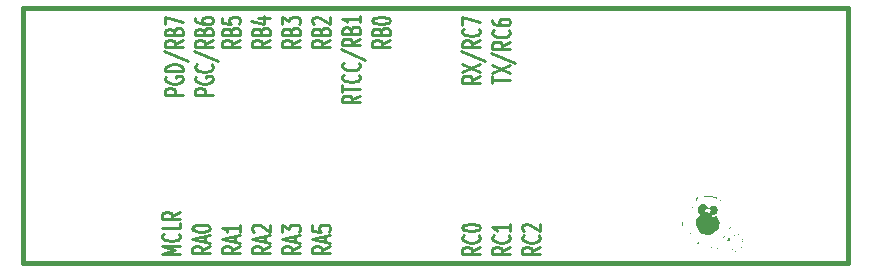
<source format=gbo>
G04 (created by PCBNEW-RS274X (2012-jan-04)-stable) date ven. 31 août 2012 10:29:44 CEST*
G01*
G70*
G90*
%MOIN*%
G04 Gerber Fmt 3.4, Leading zero omitted, Abs format*
%FSLAX34Y34*%
G04 APERTURE LIST*
%ADD10C,0.006000*%
%ADD11C,0.009900*%
%ADD12C,0.015000*%
%ADD13C,0.000100*%
G04 APERTURE END LIST*
G54D10*
G54D11*
X54743Y-42562D02*
X54457Y-42693D01*
X54743Y-42787D02*
X54143Y-42787D01*
X54143Y-42637D01*
X54171Y-42600D01*
X54200Y-42581D01*
X54257Y-42562D01*
X54343Y-42562D01*
X54400Y-42581D01*
X54429Y-42600D01*
X54457Y-42637D01*
X54457Y-42787D01*
X54429Y-42262D02*
X54457Y-42206D01*
X54486Y-42187D01*
X54543Y-42168D01*
X54629Y-42168D01*
X54686Y-42187D01*
X54714Y-42206D01*
X54743Y-42243D01*
X54743Y-42393D01*
X54143Y-42393D01*
X54143Y-42262D01*
X54171Y-42224D01*
X54200Y-42206D01*
X54257Y-42187D01*
X54314Y-42187D01*
X54371Y-42206D01*
X54400Y-42224D01*
X54429Y-42262D01*
X54429Y-42393D01*
X54343Y-41830D02*
X54743Y-41830D01*
X54114Y-41924D02*
X54543Y-42018D01*
X54543Y-41774D01*
X55743Y-42562D02*
X55457Y-42693D01*
X55743Y-42787D02*
X55143Y-42787D01*
X55143Y-42637D01*
X55171Y-42600D01*
X55200Y-42581D01*
X55257Y-42562D01*
X55343Y-42562D01*
X55400Y-42581D01*
X55429Y-42600D01*
X55457Y-42637D01*
X55457Y-42787D01*
X55429Y-42262D02*
X55457Y-42206D01*
X55486Y-42187D01*
X55543Y-42168D01*
X55629Y-42168D01*
X55686Y-42187D01*
X55714Y-42206D01*
X55743Y-42243D01*
X55743Y-42393D01*
X55143Y-42393D01*
X55143Y-42262D01*
X55171Y-42224D01*
X55200Y-42206D01*
X55257Y-42187D01*
X55314Y-42187D01*
X55371Y-42206D01*
X55400Y-42224D01*
X55429Y-42262D01*
X55429Y-42393D01*
X55143Y-42037D02*
X55143Y-41793D01*
X55371Y-41924D01*
X55371Y-41868D01*
X55400Y-41830D01*
X55429Y-41812D01*
X55486Y-41793D01*
X55629Y-41793D01*
X55686Y-41812D01*
X55714Y-41830D01*
X55743Y-41868D01*
X55743Y-41980D01*
X55714Y-42018D01*
X55686Y-42037D01*
X56743Y-42562D02*
X56457Y-42693D01*
X56743Y-42787D02*
X56143Y-42787D01*
X56143Y-42637D01*
X56171Y-42600D01*
X56200Y-42581D01*
X56257Y-42562D01*
X56343Y-42562D01*
X56400Y-42581D01*
X56429Y-42600D01*
X56457Y-42637D01*
X56457Y-42787D01*
X56429Y-42262D02*
X56457Y-42206D01*
X56486Y-42187D01*
X56543Y-42168D01*
X56629Y-42168D01*
X56686Y-42187D01*
X56714Y-42206D01*
X56743Y-42243D01*
X56743Y-42393D01*
X56143Y-42393D01*
X56143Y-42262D01*
X56171Y-42224D01*
X56200Y-42206D01*
X56257Y-42187D01*
X56314Y-42187D01*
X56371Y-42206D01*
X56400Y-42224D01*
X56429Y-42262D01*
X56429Y-42393D01*
X56200Y-42018D02*
X56171Y-41999D01*
X56143Y-41962D01*
X56143Y-41868D01*
X56171Y-41830D01*
X56200Y-41812D01*
X56257Y-41793D01*
X56314Y-41793D01*
X56400Y-41812D01*
X56743Y-42037D01*
X56743Y-41793D01*
X57743Y-44410D02*
X57457Y-44541D01*
X57743Y-44635D02*
X57143Y-44635D01*
X57143Y-44485D01*
X57171Y-44448D01*
X57200Y-44429D01*
X57257Y-44410D01*
X57343Y-44410D01*
X57400Y-44429D01*
X57429Y-44448D01*
X57457Y-44485D01*
X57457Y-44635D01*
X57143Y-44297D02*
X57143Y-44072D01*
X57743Y-44185D02*
X57143Y-44185D01*
X57686Y-43716D02*
X57714Y-43735D01*
X57743Y-43791D01*
X57743Y-43829D01*
X57714Y-43885D01*
X57657Y-43922D01*
X57600Y-43941D01*
X57486Y-43960D01*
X57400Y-43960D01*
X57286Y-43941D01*
X57229Y-43922D01*
X57171Y-43885D01*
X57143Y-43829D01*
X57143Y-43791D01*
X57171Y-43735D01*
X57200Y-43716D01*
X57686Y-43322D02*
X57714Y-43341D01*
X57743Y-43397D01*
X57743Y-43435D01*
X57714Y-43491D01*
X57657Y-43528D01*
X57600Y-43547D01*
X57486Y-43566D01*
X57400Y-43566D01*
X57286Y-43547D01*
X57229Y-43528D01*
X57171Y-43491D01*
X57143Y-43435D01*
X57143Y-43397D01*
X57171Y-43341D01*
X57200Y-43322D01*
X57114Y-42872D02*
X57886Y-43209D01*
X57743Y-42515D02*
X57457Y-42646D01*
X57743Y-42740D02*
X57143Y-42740D01*
X57143Y-42590D01*
X57171Y-42553D01*
X57200Y-42534D01*
X57257Y-42515D01*
X57343Y-42515D01*
X57400Y-42534D01*
X57429Y-42553D01*
X57457Y-42590D01*
X57457Y-42740D01*
X57429Y-42215D02*
X57457Y-42159D01*
X57486Y-42140D01*
X57543Y-42121D01*
X57629Y-42121D01*
X57686Y-42140D01*
X57714Y-42159D01*
X57743Y-42196D01*
X57743Y-42346D01*
X57143Y-42346D01*
X57143Y-42215D01*
X57171Y-42177D01*
X57200Y-42159D01*
X57257Y-42140D01*
X57314Y-42140D01*
X57371Y-42159D01*
X57400Y-42177D01*
X57429Y-42215D01*
X57429Y-42346D01*
X57743Y-41746D02*
X57743Y-41971D01*
X57743Y-41858D02*
X57143Y-41858D01*
X57229Y-41896D01*
X57286Y-41933D01*
X57314Y-41971D01*
X58743Y-42562D02*
X58457Y-42693D01*
X58743Y-42787D02*
X58143Y-42787D01*
X58143Y-42637D01*
X58171Y-42600D01*
X58200Y-42581D01*
X58257Y-42562D01*
X58343Y-42562D01*
X58400Y-42581D01*
X58429Y-42600D01*
X58457Y-42637D01*
X58457Y-42787D01*
X58429Y-42262D02*
X58457Y-42206D01*
X58486Y-42187D01*
X58543Y-42168D01*
X58629Y-42168D01*
X58686Y-42187D01*
X58714Y-42206D01*
X58743Y-42243D01*
X58743Y-42393D01*
X58143Y-42393D01*
X58143Y-42262D01*
X58171Y-42224D01*
X58200Y-42206D01*
X58257Y-42187D01*
X58314Y-42187D01*
X58371Y-42206D01*
X58400Y-42224D01*
X58429Y-42262D01*
X58429Y-42393D01*
X58143Y-41924D02*
X58143Y-41887D01*
X58171Y-41849D01*
X58200Y-41830D01*
X58257Y-41812D01*
X58371Y-41793D01*
X58514Y-41793D01*
X58629Y-41812D01*
X58686Y-41830D01*
X58714Y-41849D01*
X58743Y-41887D01*
X58743Y-41924D01*
X58714Y-41962D01*
X58686Y-41980D01*
X58629Y-41999D01*
X58514Y-42018D01*
X58371Y-42018D01*
X58257Y-41999D01*
X58200Y-41980D01*
X58171Y-41962D01*
X58143Y-41924D01*
X62143Y-43987D02*
X62143Y-43762D01*
X62743Y-43875D02*
X62143Y-43875D01*
X62143Y-43669D02*
X62743Y-43406D01*
X62143Y-43406D02*
X62743Y-43669D01*
X62114Y-42975D02*
X62886Y-43312D01*
X62743Y-42618D02*
X62457Y-42749D01*
X62743Y-42843D02*
X62143Y-42843D01*
X62143Y-42693D01*
X62171Y-42656D01*
X62200Y-42637D01*
X62257Y-42618D01*
X62343Y-42618D01*
X62400Y-42637D01*
X62429Y-42656D01*
X62457Y-42693D01*
X62457Y-42843D01*
X62686Y-42224D02*
X62714Y-42243D01*
X62743Y-42299D01*
X62743Y-42337D01*
X62714Y-42393D01*
X62657Y-42430D01*
X62600Y-42449D01*
X62486Y-42468D01*
X62400Y-42468D01*
X62286Y-42449D01*
X62229Y-42430D01*
X62171Y-42393D01*
X62143Y-42337D01*
X62143Y-42299D01*
X62171Y-42243D01*
X62200Y-42224D01*
X62143Y-41886D02*
X62143Y-41961D01*
X62171Y-41999D01*
X62200Y-42018D01*
X62286Y-42055D01*
X62400Y-42074D01*
X62629Y-42074D01*
X62686Y-42055D01*
X62714Y-42036D01*
X62743Y-41999D01*
X62743Y-41924D01*
X62714Y-41886D01*
X62686Y-41868D01*
X62629Y-41849D01*
X62486Y-41849D01*
X62429Y-41868D01*
X62400Y-41886D01*
X62371Y-41924D01*
X62371Y-41999D01*
X62400Y-42036D01*
X62429Y-42055D01*
X62486Y-42074D01*
X61743Y-43753D02*
X61457Y-43884D01*
X61743Y-43978D02*
X61143Y-43978D01*
X61143Y-43828D01*
X61171Y-43791D01*
X61200Y-43772D01*
X61257Y-43753D01*
X61343Y-43753D01*
X61400Y-43772D01*
X61429Y-43791D01*
X61457Y-43828D01*
X61457Y-43978D01*
X61143Y-43622D02*
X61743Y-43359D01*
X61143Y-43359D02*
X61743Y-43622D01*
X61114Y-42928D02*
X61886Y-43265D01*
X61743Y-42571D02*
X61457Y-42702D01*
X61743Y-42796D02*
X61143Y-42796D01*
X61143Y-42646D01*
X61171Y-42609D01*
X61200Y-42590D01*
X61257Y-42571D01*
X61343Y-42571D01*
X61400Y-42590D01*
X61429Y-42609D01*
X61457Y-42646D01*
X61457Y-42796D01*
X61686Y-42177D02*
X61714Y-42196D01*
X61743Y-42252D01*
X61743Y-42290D01*
X61714Y-42346D01*
X61657Y-42383D01*
X61600Y-42402D01*
X61486Y-42421D01*
X61400Y-42421D01*
X61286Y-42402D01*
X61229Y-42383D01*
X61171Y-42346D01*
X61143Y-42290D01*
X61143Y-42252D01*
X61171Y-42196D01*
X61200Y-42177D01*
X61143Y-42046D02*
X61143Y-41783D01*
X61743Y-41952D01*
X53743Y-42562D02*
X53457Y-42693D01*
X53743Y-42787D02*
X53143Y-42787D01*
X53143Y-42637D01*
X53171Y-42600D01*
X53200Y-42581D01*
X53257Y-42562D01*
X53343Y-42562D01*
X53400Y-42581D01*
X53429Y-42600D01*
X53457Y-42637D01*
X53457Y-42787D01*
X53429Y-42262D02*
X53457Y-42206D01*
X53486Y-42187D01*
X53543Y-42168D01*
X53629Y-42168D01*
X53686Y-42187D01*
X53714Y-42206D01*
X53743Y-42243D01*
X53743Y-42393D01*
X53143Y-42393D01*
X53143Y-42262D01*
X53171Y-42224D01*
X53200Y-42206D01*
X53257Y-42187D01*
X53314Y-42187D01*
X53371Y-42206D01*
X53400Y-42224D01*
X53429Y-42262D01*
X53429Y-42393D01*
X53143Y-41812D02*
X53143Y-41999D01*
X53429Y-42018D01*
X53400Y-41999D01*
X53371Y-41962D01*
X53371Y-41868D01*
X53400Y-41830D01*
X53429Y-41812D01*
X53486Y-41793D01*
X53629Y-41793D01*
X53686Y-41812D01*
X53714Y-41830D01*
X53743Y-41868D01*
X53743Y-41962D01*
X53714Y-41999D01*
X53686Y-42018D01*
X63743Y-49462D02*
X63457Y-49593D01*
X63743Y-49687D02*
X63143Y-49687D01*
X63143Y-49537D01*
X63171Y-49500D01*
X63200Y-49481D01*
X63257Y-49462D01*
X63343Y-49462D01*
X63400Y-49481D01*
X63429Y-49500D01*
X63457Y-49537D01*
X63457Y-49687D01*
X63686Y-49068D02*
X63714Y-49087D01*
X63743Y-49143D01*
X63743Y-49181D01*
X63714Y-49237D01*
X63657Y-49274D01*
X63600Y-49293D01*
X63486Y-49312D01*
X63400Y-49312D01*
X63286Y-49293D01*
X63229Y-49274D01*
X63171Y-49237D01*
X63143Y-49181D01*
X63143Y-49143D01*
X63171Y-49087D01*
X63200Y-49068D01*
X63200Y-48918D02*
X63171Y-48899D01*
X63143Y-48862D01*
X63143Y-48768D01*
X63171Y-48730D01*
X63200Y-48712D01*
X63257Y-48693D01*
X63314Y-48693D01*
X63400Y-48712D01*
X63743Y-48937D01*
X63743Y-48693D01*
X62743Y-49462D02*
X62457Y-49593D01*
X62743Y-49687D02*
X62143Y-49687D01*
X62143Y-49537D01*
X62171Y-49500D01*
X62200Y-49481D01*
X62257Y-49462D01*
X62343Y-49462D01*
X62400Y-49481D01*
X62429Y-49500D01*
X62457Y-49537D01*
X62457Y-49687D01*
X62686Y-49068D02*
X62714Y-49087D01*
X62743Y-49143D01*
X62743Y-49181D01*
X62714Y-49237D01*
X62657Y-49274D01*
X62600Y-49293D01*
X62486Y-49312D01*
X62400Y-49312D01*
X62286Y-49293D01*
X62229Y-49274D01*
X62171Y-49237D01*
X62143Y-49181D01*
X62143Y-49143D01*
X62171Y-49087D01*
X62200Y-49068D01*
X62743Y-48693D02*
X62743Y-48918D01*
X62743Y-48805D02*
X62143Y-48805D01*
X62229Y-48843D01*
X62286Y-48880D01*
X62314Y-48918D01*
X61743Y-49462D02*
X61457Y-49593D01*
X61743Y-49687D02*
X61143Y-49687D01*
X61143Y-49537D01*
X61171Y-49500D01*
X61200Y-49481D01*
X61257Y-49462D01*
X61343Y-49462D01*
X61400Y-49481D01*
X61429Y-49500D01*
X61457Y-49537D01*
X61457Y-49687D01*
X61686Y-49068D02*
X61714Y-49087D01*
X61743Y-49143D01*
X61743Y-49181D01*
X61714Y-49237D01*
X61657Y-49274D01*
X61600Y-49293D01*
X61486Y-49312D01*
X61400Y-49312D01*
X61286Y-49293D01*
X61229Y-49274D01*
X61171Y-49237D01*
X61143Y-49181D01*
X61143Y-49143D01*
X61171Y-49087D01*
X61200Y-49068D01*
X61143Y-48824D02*
X61143Y-48787D01*
X61171Y-48749D01*
X61200Y-48730D01*
X61257Y-48712D01*
X61371Y-48693D01*
X61514Y-48693D01*
X61629Y-48712D01*
X61686Y-48730D01*
X61714Y-48749D01*
X61743Y-48787D01*
X61743Y-48824D01*
X61714Y-48862D01*
X61686Y-48880D01*
X61629Y-48899D01*
X61514Y-48918D01*
X61371Y-48918D01*
X61257Y-48899D01*
X61200Y-48880D01*
X61171Y-48862D01*
X61143Y-48824D01*
X56743Y-49434D02*
X56457Y-49565D01*
X56743Y-49659D02*
X56143Y-49659D01*
X56143Y-49509D01*
X56171Y-49472D01*
X56200Y-49453D01*
X56257Y-49434D01*
X56343Y-49434D01*
X56400Y-49453D01*
X56429Y-49472D01*
X56457Y-49509D01*
X56457Y-49659D01*
X56571Y-49284D02*
X56571Y-49096D01*
X56743Y-49321D02*
X56143Y-49190D01*
X56743Y-49059D01*
X56143Y-48740D02*
X56143Y-48927D01*
X56429Y-48946D01*
X56400Y-48927D01*
X56371Y-48890D01*
X56371Y-48796D01*
X56400Y-48758D01*
X56429Y-48740D01*
X56486Y-48721D01*
X56629Y-48721D01*
X56686Y-48740D01*
X56714Y-48758D01*
X56743Y-48796D01*
X56743Y-48890D01*
X56714Y-48927D01*
X56686Y-48946D01*
X55743Y-49434D02*
X55457Y-49565D01*
X55743Y-49659D02*
X55143Y-49659D01*
X55143Y-49509D01*
X55171Y-49472D01*
X55200Y-49453D01*
X55257Y-49434D01*
X55343Y-49434D01*
X55400Y-49453D01*
X55429Y-49472D01*
X55457Y-49509D01*
X55457Y-49659D01*
X55571Y-49284D02*
X55571Y-49096D01*
X55743Y-49321D02*
X55143Y-49190D01*
X55743Y-49059D01*
X55143Y-48965D02*
X55143Y-48721D01*
X55371Y-48852D01*
X55371Y-48796D01*
X55400Y-48758D01*
X55429Y-48740D01*
X55486Y-48721D01*
X55629Y-48721D01*
X55686Y-48740D01*
X55714Y-48758D01*
X55743Y-48796D01*
X55743Y-48908D01*
X55714Y-48946D01*
X55686Y-48965D01*
X54743Y-49434D02*
X54457Y-49565D01*
X54743Y-49659D02*
X54143Y-49659D01*
X54143Y-49509D01*
X54171Y-49472D01*
X54200Y-49453D01*
X54257Y-49434D01*
X54343Y-49434D01*
X54400Y-49453D01*
X54429Y-49472D01*
X54457Y-49509D01*
X54457Y-49659D01*
X54571Y-49284D02*
X54571Y-49096D01*
X54743Y-49321D02*
X54143Y-49190D01*
X54743Y-49059D01*
X54200Y-48946D02*
X54171Y-48927D01*
X54143Y-48890D01*
X54143Y-48796D01*
X54171Y-48758D01*
X54200Y-48740D01*
X54257Y-48721D01*
X54314Y-48721D01*
X54400Y-48740D01*
X54743Y-48965D01*
X54743Y-48721D01*
X53743Y-49434D02*
X53457Y-49565D01*
X53743Y-49659D02*
X53143Y-49659D01*
X53143Y-49509D01*
X53171Y-49472D01*
X53200Y-49453D01*
X53257Y-49434D01*
X53343Y-49434D01*
X53400Y-49453D01*
X53429Y-49472D01*
X53457Y-49509D01*
X53457Y-49659D01*
X53571Y-49284D02*
X53571Y-49096D01*
X53743Y-49321D02*
X53143Y-49190D01*
X53743Y-49059D01*
X53743Y-48721D02*
X53743Y-48946D01*
X53743Y-48833D02*
X53143Y-48833D01*
X53229Y-48871D01*
X53286Y-48908D01*
X53314Y-48946D01*
X51743Y-49684D02*
X51143Y-49684D01*
X51571Y-49553D01*
X51143Y-49422D01*
X51743Y-49422D01*
X51686Y-49009D02*
X51714Y-49028D01*
X51743Y-49084D01*
X51743Y-49122D01*
X51714Y-49178D01*
X51657Y-49215D01*
X51600Y-49234D01*
X51486Y-49253D01*
X51400Y-49253D01*
X51286Y-49234D01*
X51229Y-49215D01*
X51171Y-49178D01*
X51143Y-49122D01*
X51143Y-49084D01*
X51171Y-49028D01*
X51200Y-49009D01*
X51743Y-48653D02*
X51743Y-48840D01*
X51143Y-48840D01*
X51743Y-48296D02*
X51457Y-48427D01*
X51743Y-48521D02*
X51143Y-48521D01*
X51143Y-48371D01*
X51171Y-48334D01*
X51200Y-48315D01*
X51257Y-48296D01*
X51343Y-48296D01*
X51400Y-48315D01*
X51429Y-48334D01*
X51457Y-48371D01*
X51457Y-48521D01*
X52743Y-49434D02*
X52457Y-49565D01*
X52743Y-49659D02*
X52143Y-49659D01*
X52143Y-49509D01*
X52171Y-49472D01*
X52200Y-49453D01*
X52257Y-49434D01*
X52343Y-49434D01*
X52400Y-49453D01*
X52429Y-49472D01*
X52457Y-49509D01*
X52457Y-49659D01*
X52571Y-49284D02*
X52571Y-49096D01*
X52743Y-49321D02*
X52143Y-49190D01*
X52743Y-49059D01*
X52143Y-48852D02*
X52143Y-48815D01*
X52171Y-48777D01*
X52200Y-48758D01*
X52257Y-48740D01*
X52371Y-48721D01*
X52514Y-48721D01*
X52629Y-48740D01*
X52686Y-48758D01*
X52714Y-48777D01*
X52743Y-48815D01*
X52743Y-48852D01*
X52714Y-48890D01*
X52686Y-48908D01*
X52629Y-48927D01*
X52514Y-48946D01*
X52371Y-48946D01*
X52257Y-48927D01*
X52200Y-48908D01*
X52171Y-48890D01*
X52143Y-48852D01*
X52843Y-44385D02*
X52243Y-44385D01*
X52243Y-44235D01*
X52271Y-44198D01*
X52300Y-44179D01*
X52357Y-44160D01*
X52443Y-44160D01*
X52500Y-44179D01*
X52529Y-44198D01*
X52557Y-44235D01*
X52557Y-44385D01*
X52271Y-43785D02*
X52243Y-43822D01*
X52243Y-43879D01*
X52271Y-43935D01*
X52329Y-43972D01*
X52386Y-43991D01*
X52500Y-44010D01*
X52586Y-44010D01*
X52700Y-43991D01*
X52757Y-43972D01*
X52814Y-43935D01*
X52843Y-43879D01*
X52843Y-43841D01*
X52814Y-43785D01*
X52786Y-43766D01*
X52586Y-43766D01*
X52586Y-43841D01*
X52786Y-43372D02*
X52814Y-43391D01*
X52843Y-43447D01*
X52843Y-43485D01*
X52814Y-43541D01*
X52757Y-43578D01*
X52700Y-43597D01*
X52586Y-43616D01*
X52500Y-43616D01*
X52386Y-43597D01*
X52329Y-43578D01*
X52271Y-43541D01*
X52243Y-43485D01*
X52243Y-43447D01*
X52271Y-43391D01*
X52300Y-43372D01*
X52214Y-42922D02*
X52986Y-43259D01*
X52843Y-42565D02*
X52557Y-42696D01*
X52843Y-42790D02*
X52243Y-42790D01*
X52243Y-42640D01*
X52271Y-42603D01*
X52300Y-42584D01*
X52357Y-42565D01*
X52443Y-42565D01*
X52500Y-42584D01*
X52529Y-42603D01*
X52557Y-42640D01*
X52557Y-42790D01*
X52529Y-42265D02*
X52557Y-42209D01*
X52586Y-42190D01*
X52643Y-42171D01*
X52729Y-42171D01*
X52786Y-42190D01*
X52814Y-42209D01*
X52843Y-42246D01*
X52843Y-42396D01*
X52243Y-42396D01*
X52243Y-42265D01*
X52271Y-42227D01*
X52300Y-42209D01*
X52357Y-42190D01*
X52414Y-42190D01*
X52471Y-42209D01*
X52500Y-42227D01*
X52529Y-42265D01*
X52529Y-42396D01*
X52243Y-41833D02*
X52243Y-41908D01*
X52271Y-41946D01*
X52300Y-41965D01*
X52386Y-42002D01*
X52500Y-42021D01*
X52729Y-42021D01*
X52786Y-42002D01*
X52814Y-41983D01*
X52843Y-41946D01*
X52843Y-41871D01*
X52814Y-41833D01*
X52786Y-41815D01*
X52729Y-41796D01*
X52586Y-41796D01*
X52529Y-41815D01*
X52500Y-41833D01*
X52471Y-41871D01*
X52471Y-41946D01*
X52500Y-41983D01*
X52529Y-42002D01*
X52586Y-42021D01*
X51843Y-44385D02*
X51243Y-44385D01*
X51243Y-44235D01*
X51271Y-44198D01*
X51300Y-44179D01*
X51357Y-44160D01*
X51443Y-44160D01*
X51500Y-44179D01*
X51529Y-44198D01*
X51557Y-44235D01*
X51557Y-44385D01*
X51271Y-43785D02*
X51243Y-43822D01*
X51243Y-43879D01*
X51271Y-43935D01*
X51329Y-43972D01*
X51386Y-43991D01*
X51500Y-44010D01*
X51586Y-44010D01*
X51700Y-43991D01*
X51757Y-43972D01*
X51814Y-43935D01*
X51843Y-43879D01*
X51843Y-43841D01*
X51814Y-43785D01*
X51786Y-43766D01*
X51586Y-43766D01*
X51586Y-43841D01*
X51843Y-43597D02*
X51243Y-43597D01*
X51243Y-43503D01*
X51271Y-43447D01*
X51329Y-43410D01*
X51386Y-43391D01*
X51500Y-43372D01*
X51586Y-43372D01*
X51700Y-43391D01*
X51757Y-43410D01*
X51814Y-43447D01*
X51843Y-43503D01*
X51843Y-43597D01*
X51214Y-42922D02*
X51986Y-43259D01*
X51843Y-42565D02*
X51557Y-42696D01*
X51843Y-42790D02*
X51243Y-42790D01*
X51243Y-42640D01*
X51271Y-42603D01*
X51300Y-42584D01*
X51357Y-42565D01*
X51443Y-42565D01*
X51500Y-42584D01*
X51529Y-42603D01*
X51557Y-42640D01*
X51557Y-42790D01*
X51529Y-42265D02*
X51557Y-42209D01*
X51586Y-42190D01*
X51643Y-42171D01*
X51729Y-42171D01*
X51786Y-42190D01*
X51814Y-42209D01*
X51843Y-42246D01*
X51843Y-42396D01*
X51243Y-42396D01*
X51243Y-42265D01*
X51271Y-42227D01*
X51300Y-42209D01*
X51357Y-42190D01*
X51414Y-42190D01*
X51471Y-42209D01*
X51500Y-42227D01*
X51529Y-42265D01*
X51529Y-42396D01*
X51243Y-42040D02*
X51243Y-41777D01*
X51843Y-41946D01*
G54D12*
X74000Y-41500D02*
X74000Y-50000D01*
X46500Y-41500D02*
X74000Y-41500D01*
X46500Y-50000D02*
X46500Y-41500D01*
X74000Y-50000D02*
X46500Y-50000D01*
G54D13*
G36*
X70256Y-49621D02*
X70250Y-49633D01*
X70218Y-49665D01*
X70213Y-49667D01*
X70210Y-49645D01*
X70217Y-49633D01*
X70248Y-49601D01*
X70254Y-49600D01*
X70256Y-49621D01*
X70256Y-49621D01*
X70256Y-49621D01*
G37*
G36*
X70156Y-49555D02*
X70150Y-49567D01*
X70118Y-49598D01*
X70113Y-49600D01*
X70110Y-49578D01*
X70117Y-49567D01*
X70148Y-49535D01*
X70154Y-49533D01*
X70156Y-49555D01*
X70156Y-49555D01*
X70156Y-49555D01*
G37*
G36*
X69456Y-49488D02*
X69450Y-49500D01*
X69418Y-49532D01*
X69413Y-49533D01*
X69410Y-49512D01*
X69417Y-49500D01*
X69448Y-49468D01*
X69454Y-49467D01*
X69456Y-49488D01*
X69456Y-49488D01*
X69456Y-49488D01*
G37*
G36*
X69655Y-49511D02*
X69651Y-49531D01*
X69633Y-49533D01*
X69606Y-49521D01*
X69611Y-49511D01*
X69651Y-49507D01*
X69655Y-49511D01*
X69655Y-49511D01*
X69655Y-49511D01*
G37*
G36*
X70333Y-49483D02*
X70317Y-49500D01*
X70300Y-49483D01*
X70317Y-49467D01*
X70333Y-49483D01*
X70333Y-49483D01*
X70333Y-49483D01*
G37*
G36*
X70459Y-49484D02*
X70455Y-49489D01*
X70436Y-49484D01*
X70433Y-49467D01*
X70445Y-49439D01*
X70455Y-49444D01*
X70459Y-49484D01*
X70459Y-49484D01*
X70459Y-49484D01*
G37*
G36*
X70733Y-49483D02*
X70717Y-49500D01*
X70700Y-49483D01*
X70717Y-49467D01*
X70733Y-49483D01*
X70733Y-49483D01*
X70733Y-49483D01*
G37*
G36*
X69267Y-49450D02*
X69250Y-49467D01*
X69233Y-49450D01*
X69250Y-49433D01*
X69267Y-49450D01*
X69267Y-49450D01*
X69267Y-49450D01*
G37*
G36*
X70567Y-49450D02*
X70550Y-49467D01*
X70533Y-49450D01*
X70550Y-49433D01*
X70567Y-49450D01*
X70567Y-49450D01*
X70567Y-49450D01*
G37*
G36*
X69200Y-49417D02*
X69183Y-49433D01*
X69167Y-49417D01*
X69183Y-49400D01*
X69200Y-49417D01*
X69200Y-49417D01*
X69200Y-49417D01*
G37*
G36*
X70667Y-49417D02*
X70650Y-49433D01*
X70633Y-49417D01*
X70650Y-49400D01*
X70667Y-49417D01*
X70667Y-49417D01*
X70667Y-49417D01*
G37*
G36*
X70733Y-49417D02*
X70717Y-49433D01*
X70700Y-49417D01*
X70717Y-49400D01*
X70733Y-49417D01*
X70733Y-49417D01*
X70733Y-49417D01*
G37*
G36*
X69023Y-49321D02*
X69017Y-49333D01*
X68985Y-49365D01*
X68979Y-49367D01*
X68977Y-49345D01*
X68983Y-49333D01*
X69015Y-49301D01*
X69020Y-49300D01*
X69023Y-49321D01*
X69023Y-49321D01*
X69023Y-49321D01*
G37*
G36*
X70133Y-49350D02*
X70117Y-49367D01*
X70100Y-49350D01*
X70117Y-49333D01*
X70133Y-49350D01*
X70133Y-49350D01*
X70133Y-49350D01*
G37*
G36*
X70200Y-49350D02*
X70183Y-49367D01*
X70167Y-49350D01*
X70183Y-49333D01*
X70200Y-49350D01*
X70200Y-49350D01*
X70200Y-49350D01*
G37*
G36*
X70078Y-49159D02*
X70064Y-49203D01*
X70058Y-49210D01*
X70058Y-49169D01*
X70054Y-49167D01*
X70023Y-49190D01*
X70017Y-49200D01*
X70008Y-49231D01*
X70013Y-49233D01*
X70043Y-49210D01*
X70050Y-49200D01*
X70058Y-49169D01*
X70058Y-49210D01*
X70019Y-49260D01*
X70008Y-49270D01*
X69961Y-49308D01*
X69952Y-49307D01*
X69959Y-49297D01*
X69985Y-49246D01*
X69982Y-49227D01*
X69989Y-49195D01*
X70013Y-49170D01*
X70061Y-49143D01*
X70078Y-49159D01*
X70078Y-49159D01*
X70078Y-49159D01*
G37*
G36*
X70300Y-49317D02*
X70283Y-49333D01*
X70267Y-49317D01*
X70283Y-49300D01*
X70300Y-49317D01*
X70300Y-49317D01*
X70300Y-49317D01*
G37*
G36*
X70233Y-49283D02*
X70217Y-49300D01*
X70200Y-49283D01*
X70217Y-49267D01*
X70233Y-49283D01*
X70233Y-49283D01*
X70233Y-49283D01*
G37*
G36*
X70489Y-49278D02*
X70484Y-49297D01*
X70467Y-49300D01*
X70439Y-49288D01*
X70444Y-49278D01*
X70484Y-49274D01*
X70489Y-49278D01*
X70489Y-49278D01*
X70489Y-49278D01*
G37*
G36*
X68933Y-49250D02*
X68917Y-49267D01*
X68900Y-49250D01*
X68917Y-49233D01*
X68933Y-49250D01*
X68933Y-49250D01*
X68933Y-49250D01*
G37*
G36*
X70633Y-49250D02*
X70617Y-49267D01*
X70600Y-49250D01*
X70617Y-49233D01*
X70633Y-49250D01*
X70633Y-49250D01*
X70633Y-49250D01*
G37*
G36*
X70493Y-49217D02*
X70489Y-49222D01*
X70469Y-49217D01*
X70467Y-49200D01*
X70479Y-49172D01*
X70489Y-49178D01*
X70493Y-49217D01*
X70493Y-49217D01*
X70493Y-49217D01*
G37*
G36*
X70900Y-49217D02*
X70883Y-49233D01*
X70867Y-49217D01*
X70883Y-49200D01*
X70900Y-49217D01*
X70900Y-49217D01*
X70900Y-49217D01*
G37*
G36*
X70800Y-49183D02*
X70783Y-49200D01*
X70767Y-49183D01*
X70783Y-49167D01*
X70800Y-49183D01*
X70800Y-49183D01*
X70800Y-49183D01*
G37*
G36*
X69889Y-49121D02*
X69883Y-49133D01*
X69852Y-49165D01*
X69846Y-49167D01*
X69844Y-49145D01*
X69850Y-49133D01*
X69881Y-49101D01*
X69887Y-49100D01*
X69889Y-49121D01*
X69889Y-49121D01*
X69889Y-49121D01*
G37*
G36*
X68767Y-49117D02*
X68750Y-49133D01*
X68733Y-49117D01*
X68750Y-49100D01*
X68767Y-49117D01*
X68767Y-49117D01*
X68767Y-49117D01*
G37*
G36*
X68833Y-49117D02*
X68817Y-49133D01*
X68800Y-49117D01*
X68817Y-49100D01*
X68833Y-49117D01*
X68833Y-49117D01*
X68833Y-49117D01*
G37*
G36*
X70533Y-49117D02*
X70517Y-49133D01*
X70500Y-49117D01*
X70517Y-49100D01*
X70533Y-49117D01*
X70533Y-49117D01*
X70533Y-49117D01*
G37*
G36*
X70264Y-49080D02*
X70256Y-49100D01*
X70252Y-49100D01*
X70224Y-49076D01*
X70213Y-49061D01*
X70209Y-49039D01*
X70228Y-49047D01*
X70264Y-49080D01*
X70264Y-49080D01*
X70264Y-49080D01*
G37*
G36*
X70433Y-49083D02*
X70417Y-49100D01*
X70400Y-49083D01*
X70417Y-49067D01*
X70433Y-49083D01*
X70433Y-49083D01*
X70433Y-49083D01*
G37*
G36*
X68756Y-49021D02*
X68750Y-49033D01*
X68718Y-49065D01*
X68713Y-49067D01*
X68710Y-49045D01*
X68717Y-49033D01*
X68748Y-49001D01*
X68754Y-49000D01*
X68756Y-49021D01*
X68756Y-49021D01*
X68756Y-49021D01*
G37*
G36*
X69718Y-48657D02*
X69714Y-48734D01*
X69688Y-48811D01*
X69602Y-48938D01*
X69477Y-49021D01*
X69367Y-49046D01*
X69367Y-48583D01*
X69350Y-48567D01*
X69333Y-48583D01*
X69350Y-48600D01*
X69367Y-48583D01*
X69367Y-49046D01*
X69330Y-49055D01*
X69300Y-49050D01*
X69300Y-48550D01*
X69283Y-48533D01*
X69267Y-48550D01*
X69283Y-48567D01*
X69300Y-48550D01*
X69300Y-49050D01*
X69194Y-49035D01*
X69194Y-48454D01*
X69189Y-48444D01*
X69149Y-48440D01*
X69144Y-48444D01*
X69149Y-48464D01*
X69167Y-48467D01*
X69194Y-48454D01*
X69194Y-49035D01*
X69178Y-49033D01*
X69148Y-49021D01*
X69026Y-48932D01*
X68952Y-48802D01*
X68933Y-48675D01*
X68947Y-48572D01*
X68981Y-48484D01*
X69027Y-48428D01*
X69074Y-48420D01*
X69077Y-48422D01*
X69088Y-48418D01*
X69058Y-48378D01*
X69007Y-48275D01*
X69011Y-48162D01*
X69067Y-48067D01*
X69138Y-48010D01*
X69198Y-48011D01*
X69267Y-48067D01*
X69322Y-48138D01*
X69326Y-48185D01*
X69283Y-48200D01*
X69239Y-48215D01*
X69247Y-48266D01*
X69267Y-48300D01*
X69293Y-48333D01*
X69300Y-48308D01*
X69300Y-48300D01*
X69307Y-48269D01*
X69328Y-48293D01*
X69359Y-48318D01*
X69396Y-48288D01*
X69417Y-48237D01*
X69401Y-48218D01*
X69368Y-48174D01*
X69385Y-48130D01*
X69437Y-48096D01*
X69509Y-48081D01*
X69585Y-48095D01*
X69587Y-48096D01*
X69650Y-48148D01*
X69667Y-48231D01*
X69647Y-48311D01*
X69602Y-48367D01*
X69546Y-48384D01*
X69513Y-48367D01*
X69489Y-48369D01*
X69478Y-48417D01*
X69480Y-48472D01*
X69502Y-48468D01*
X69524Y-48447D01*
X69582Y-48410D01*
X69630Y-48429D01*
X69674Y-48510D01*
X69691Y-48557D01*
X69718Y-48657D01*
X69718Y-48657D01*
X69718Y-48657D01*
G37*
G36*
X70355Y-49044D02*
X70351Y-49064D01*
X70333Y-49067D01*
X70306Y-49054D01*
X70311Y-49044D01*
X70351Y-49040D01*
X70355Y-49044D01*
X70355Y-49044D01*
X70355Y-49044D01*
G37*
G36*
X68733Y-48950D02*
X68717Y-48967D01*
X68700Y-48950D01*
X68717Y-48933D01*
X68733Y-48950D01*
X68733Y-48950D01*
X68733Y-48950D01*
G37*
G36*
X69967Y-48917D02*
X69950Y-48933D01*
X69933Y-48917D01*
X69950Y-48900D01*
X69967Y-48917D01*
X69967Y-48917D01*
X69967Y-48917D01*
G37*
G36*
X68700Y-48850D02*
X68683Y-48867D01*
X68667Y-48850D01*
X68683Y-48833D01*
X68700Y-48850D01*
X68700Y-48850D01*
X68700Y-48850D01*
G37*
G36*
X70089Y-48821D02*
X70083Y-48833D01*
X70052Y-48865D01*
X70046Y-48867D01*
X70044Y-48845D01*
X70050Y-48833D01*
X70081Y-48801D01*
X70087Y-48800D01*
X70089Y-48821D01*
X70089Y-48821D01*
X70089Y-48821D01*
G37*
G36*
X70233Y-48783D02*
X70217Y-48800D01*
X70200Y-48783D01*
X70217Y-48767D01*
X70233Y-48783D01*
X70233Y-48783D01*
X70233Y-48783D01*
G37*
G36*
X68494Y-48715D02*
X68488Y-48742D01*
X68477Y-48743D01*
X68473Y-48691D01*
X68473Y-48683D01*
X68478Y-48631D01*
X68488Y-48636D01*
X68490Y-48642D01*
X68494Y-48715D01*
X68494Y-48715D01*
X68494Y-48715D01*
G37*
G36*
X68600Y-48750D02*
X68583Y-48767D01*
X68567Y-48750D01*
X68583Y-48733D01*
X68600Y-48750D01*
X68600Y-48750D01*
X68600Y-48750D01*
G37*
G36*
X70267Y-48717D02*
X70250Y-48733D01*
X70233Y-48717D01*
X70250Y-48700D01*
X70267Y-48717D01*
X70267Y-48717D01*
X70267Y-48717D01*
G37*
G36*
X70233Y-48650D02*
X70217Y-48667D01*
X70200Y-48650D01*
X70217Y-48633D01*
X70233Y-48650D01*
X70233Y-48650D01*
X70233Y-48650D01*
G37*
G36*
X68567Y-48550D02*
X68550Y-48567D01*
X68533Y-48550D01*
X68550Y-48533D01*
X68567Y-48550D01*
X68567Y-48550D01*
X68567Y-48550D01*
G37*
G36*
X70033Y-48417D02*
X70017Y-48433D01*
X70000Y-48417D01*
X70017Y-48400D01*
X70033Y-48417D01*
X70033Y-48417D01*
X70033Y-48417D01*
G37*
G36*
X68633Y-48383D02*
X68617Y-48400D01*
X68600Y-48383D01*
X68617Y-48367D01*
X68633Y-48383D01*
X68633Y-48383D01*
X68633Y-48383D01*
G37*
G36*
X68733Y-48383D02*
X68717Y-48400D01*
X68700Y-48383D01*
X68717Y-48367D01*
X68733Y-48383D01*
X68733Y-48383D01*
X68733Y-48383D01*
G37*
G36*
X68800Y-48317D02*
X68783Y-48333D01*
X68767Y-48317D01*
X68783Y-48300D01*
X68800Y-48317D01*
X68800Y-48317D01*
X68800Y-48317D01*
G37*
G36*
X68767Y-48250D02*
X68750Y-48267D01*
X68733Y-48250D01*
X68750Y-48233D01*
X68767Y-48250D01*
X68767Y-48250D01*
X68767Y-48250D01*
G37*
G36*
X68830Y-48135D02*
X68827Y-48151D01*
X68802Y-48141D01*
X68785Y-48110D01*
X68775Y-48071D01*
X68800Y-48087D01*
X68804Y-48091D01*
X68830Y-48135D01*
X68830Y-48135D01*
X68830Y-48135D01*
G37*
G36*
X69867Y-48150D02*
X69850Y-48167D01*
X69833Y-48150D01*
X69850Y-48133D01*
X69867Y-48150D01*
X69867Y-48150D01*
X69867Y-48150D01*
G37*
G36*
X69900Y-48083D02*
X69883Y-48100D01*
X69867Y-48083D01*
X69883Y-48067D01*
X69900Y-48083D01*
X69900Y-48083D01*
X69900Y-48083D01*
G37*
G36*
X68867Y-48050D02*
X68850Y-48067D01*
X68833Y-48050D01*
X68850Y-48033D01*
X68867Y-48050D01*
X68867Y-48050D01*
X68867Y-48050D01*
G37*
G36*
X69867Y-48017D02*
X69850Y-48033D01*
X69833Y-48017D01*
X69850Y-48000D01*
X69867Y-48017D01*
X69867Y-48017D01*
X69867Y-48017D01*
G37*
G36*
X68900Y-47983D02*
X68883Y-48000D01*
X68867Y-47983D01*
X68883Y-47967D01*
X68900Y-47983D01*
X68900Y-47983D01*
X68900Y-47983D01*
G37*
G36*
X68988Y-47789D02*
X68987Y-47814D01*
X68957Y-47883D01*
X68935Y-47909D01*
X68905Y-47932D01*
X68917Y-47905D01*
X68919Y-47900D01*
X68945Y-47845D01*
X68949Y-47828D01*
X68970Y-47786D01*
X68972Y-47783D01*
X68988Y-47789D01*
X68988Y-47789D01*
X68988Y-47789D01*
G37*
G36*
X69798Y-47912D02*
X69764Y-47922D01*
X69751Y-47922D01*
X69718Y-47907D01*
X69720Y-47894D01*
X69759Y-47880D01*
X69769Y-47885D01*
X69798Y-47912D01*
X69798Y-47912D01*
X69798Y-47912D01*
G37*
G36*
X69661Y-47861D02*
X69643Y-47859D01*
X69615Y-47835D01*
X69568Y-47818D01*
X69474Y-47804D01*
X69349Y-47793D01*
X69316Y-47791D01*
X69050Y-47780D01*
X69321Y-47773D01*
X69469Y-47773D01*
X69564Y-47782D01*
X69618Y-47803D01*
X69633Y-47817D01*
X69661Y-47861D01*
X69661Y-47861D01*
X69661Y-47861D01*
G37*
M02*

</source>
